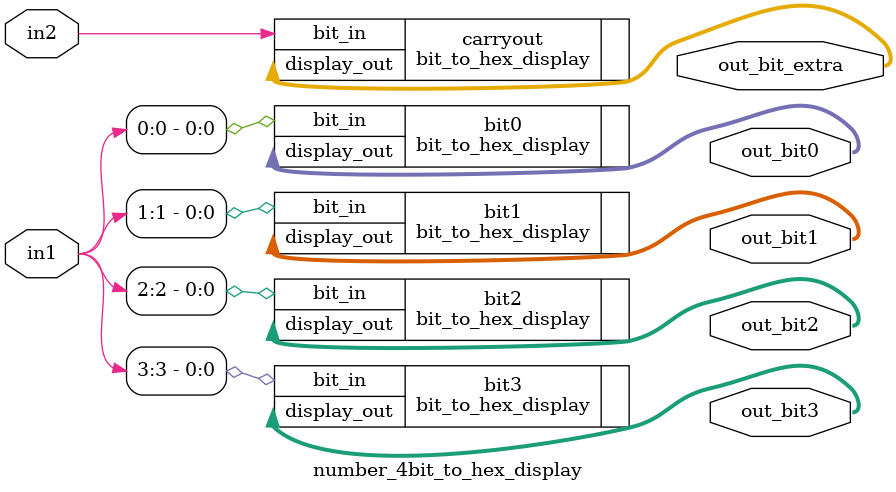
<source format=v>
module number_4bit_to_hex_display(in1, in2, out_bit0, out_bit1, out_bit2, out_bit3, out_bit_extra);

input [3:0] in1;
input in2;
output wire [7:0] out_bit0, out_bit1, out_bit2, out_bit3, out_bit_extra;

bit_to_hex_display bit0(.bit_in(in1[0]), .display_out(out_bit0));
bit_to_hex_display bit1(.bit_in(in1[1]), .display_out(out_bit1));
bit_to_hex_display bit2(.bit_in(in1[2]), .display_out(out_bit2));
bit_to_hex_display bit3(.bit_in(in1[3]), .display_out(out_bit3));
bit_to_hex_display carryout(.bit_in(in2), .display_out(out_bit_extra));


endmodule
</source>
